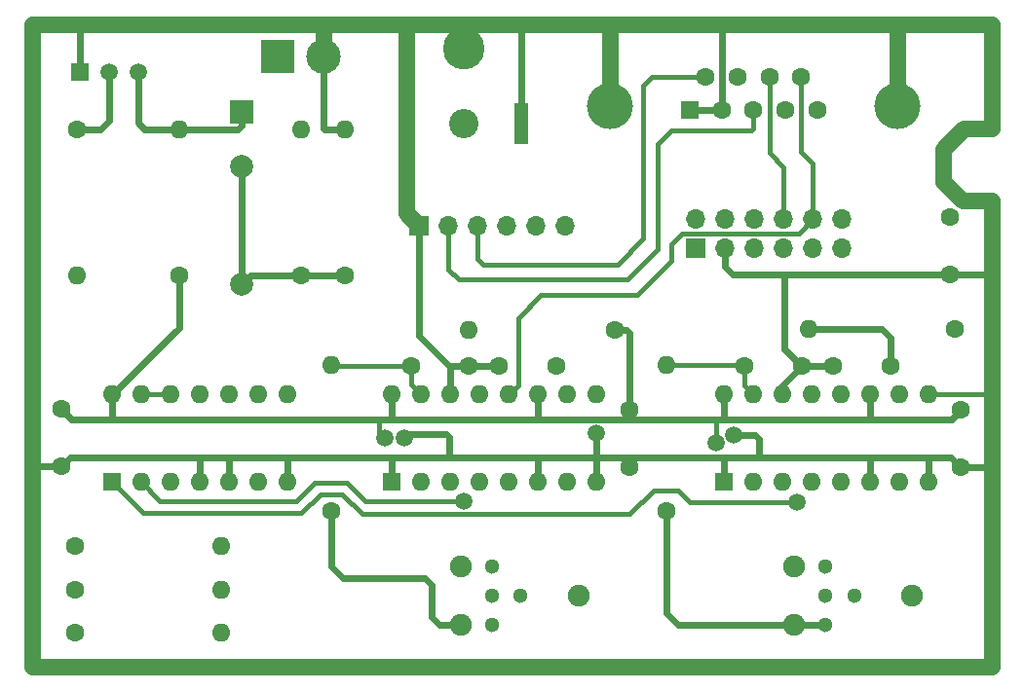
<source format=gbr>
%TF.GenerationSoftware,KiCad,Pcbnew,8.0.1*%
%TF.CreationDate,2024-06-09T01:41:57+01:00*%
%TF.ProjectId,tim011_video_fix,74696d30-3131-45f7-9669-64656f5f6669,rev?*%
%TF.SameCoordinates,Original*%
%TF.FileFunction,Copper,L2,Bot*%
%TF.FilePolarity,Positive*%
%FSLAX46Y46*%
G04 Gerber Fmt 4.6, Leading zero omitted, Abs format (unit mm)*
G04 Created by KiCad (PCBNEW 8.0.1) date 2024-06-09 01:41:57*
%MOMM*%
%LPD*%
G01*
G04 APERTURE LIST*
%TA.AperFunction,ComponentPad*%
%ADD10C,1.600000*%
%TD*%
%TA.AperFunction,ComponentPad*%
%ADD11C,1.300000*%
%TD*%
%TA.AperFunction,ComponentPad*%
%ADD12C,1.900000*%
%TD*%
%TA.AperFunction,ComponentPad*%
%ADD13O,1.600000X1.600000*%
%TD*%
%TA.AperFunction,ComponentPad*%
%ADD14R,1.600000X1.600000*%
%TD*%
%TA.AperFunction,ComponentPad*%
%ADD15R,1.500000X1.500000*%
%TD*%
%TA.AperFunction,ComponentPad*%
%ADD16C,1.500000*%
%TD*%
%TA.AperFunction,ComponentPad*%
%ADD17R,1.700000X1.700000*%
%TD*%
%TA.AperFunction,ComponentPad*%
%ADD18O,1.700000X1.700000*%
%TD*%
%TA.AperFunction,ComponentPad*%
%ADD19C,2.550000*%
%TD*%
%TA.AperFunction,ComponentPad*%
%ADD20R,1.300000X3.616000*%
%TD*%
%TA.AperFunction,ComponentPad*%
%ADD21C,3.616000*%
%TD*%
%TA.AperFunction,ComponentPad*%
%ADD22C,4.000000*%
%TD*%
%TA.AperFunction,ComponentPad*%
%ADD23R,2.000000X2.000000*%
%TD*%
%TA.AperFunction,ComponentPad*%
%ADD24C,2.000000*%
%TD*%
%TA.AperFunction,ComponentPad*%
%ADD25R,3.000000X3.000000*%
%TD*%
%TA.AperFunction,ComponentPad*%
%ADD26C,3.000000*%
%TD*%
%TA.AperFunction,ViaPad*%
%ADD27C,1.500000*%
%TD*%
%TA.AperFunction,Conductor*%
%ADD28C,0.600000*%
%TD*%
%TA.AperFunction,Conductor*%
%ADD29C,0.400000*%
%TD*%
%TA.AperFunction,Conductor*%
%ADD30C,1.400000*%
%TD*%
G04 APERTURE END LIST*
D10*
%TO.P,C5,1*%
%TO.N,+5V*%
X107435000Y-92760000D03*
%TO.P,C5,2*%
%TO.N,GND*%
X107435000Y-97760000D03*
%TD*%
D11*
%TO.P,RV2,3,3*%
%TO.N,Net-(R3-Pad1)*%
X95520000Y-111475000D03*
D12*
X92860000Y-111475000D03*
%TO.P,RV2,2,2*%
%TO.N,+5V*%
X103050000Y-108905000D03*
D11*
X98030000Y-108905000D03*
X95520000Y-108905000D03*
%TO.P,RV2,1,1*%
X95520000Y-106355000D03*
D12*
X92860000Y-106355000D03*
%TD*%
D11*
%TO.P,RV1,3,3*%
%TO.N,Net-(R1-Pad1)*%
X124485000Y-111475000D03*
D12*
X121825000Y-111475000D03*
%TO.P,RV1,2,2*%
%TO.N,+5V*%
X132015000Y-108905000D03*
D11*
X126995000Y-108905000D03*
X124485000Y-108905000D03*
%TO.P,RV1,1,1*%
X124485000Y-106355000D03*
D12*
X121825000Y-106355000D03*
%TD*%
D10*
%TO.P,C9,1*%
%TO.N,HSYNC_OUT*%
X135290000Y-75985000D03*
%TO.P,C9,2*%
%TO.N,GND*%
X135290000Y-80985000D03*
%TD*%
%TO.P,R8,1*%
%TO.N,Net-(Q1-B)*%
X59315000Y-112135000D03*
D13*
%TO.P,R8,2*%
%TO.N,VID2B*%
X72015000Y-112135000D03*
%TD*%
D14*
%TO.P,U3,1*%
%TO.N,HSYNC_OUT*%
X62525000Y-99060000D03*
D13*
%TO.P,U3,2*%
%TO.N,VSYNC_OUT*%
X65065000Y-99060000D03*
%TO.P,U3,3*%
%TO.N,CSYNC*%
X67605000Y-99060000D03*
%TO.P,U3,4*%
%TO.N,GND*%
X70145000Y-99060000D03*
%TO.P,U3,5*%
X72685000Y-99060000D03*
%TO.P,U3,6*%
%TO.N,unconnected-(U3-Pad6)*%
X75225000Y-99060000D03*
%TO.P,U3,7,GND*%
%TO.N,GND*%
X77765000Y-99060000D03*
%TO.P,U3,8*%
%TO.N,VID1B*%
X77765000Y-91440000D03*
%TO.P,U3,9*%
%TO.N,VID1*%
X75225000Y-91440000D03*
%TO.P,U3,10*%
X72685000Y-91440000D03*
%TO.P,U3,11*%
%TO.N,VID2B*%
X70145000Y-91440000D03*
%TO.P,U3,12*%
%TO.N,VID2*%
X67605000Y-91440000D03*
%TO.P,U3,13*%
X65065000Y-91440000D03*
%TO.P,U3,14,VCC*%
%TO.N,+5V*%
X62525000Y-91440000D03*
%TD*%
D15*
%TO.P,Q1,1,C*%
%TO.N,GND*%
X59720000Y-63400000D03*
D16*
%TO.P,Q1,2,B*%
%TO.N,Net-(Q1-B)*%
X62260000Y-63400000D03*
%TO.P,Q1,3,E*%
%TO.N,Net-(Q1-E)*%
X64800000Y-63400000D03*
%TD*%
D10*
%TO.P,C1,1*%
%TO.N,Net-(U1A-RCext)*%
X117450000Y-88985000D03*
%TO.P,C1,2*%
%TO.N,GND*%
X122450000Y-88985000D03*
%TD*%
D17*
%TO.P,P1,1,Pin_1*%
%TO.N,GND*%
X89170000Y-76740000D03*
D18*
%TO.P,P1,2,Pin_2*%
%TO.N,VID1*%
X91710000Y-76740000D03*
%TO.P,P1,3,Pin_3*%
%TO.N,VID2*%
X94250000Y-76740000D03*
%TO.P,P1,4,Pin_4*%
%TO.N,VSYNC_IN*%
X96790000Y-76740000D03*
%TO.P,P1,5,Pin_5*%
%TO.N,HSYNC_IN*%
X99330000Y-76740000D03*
%TO.P,P1,6,Pin_6*%
%TO.N,+5V*%
X101870000Y-76740000D03*
%TD*%
D13*
%TO.P,R6,2*%
%TO.N,CSYNC*%
X59500000Y-81075000D03*
D10*
%TO.P,R6,1*%
%TO.N,Net-(Q1-B)*%
X59500000Y-68375000D03*
%TD*%
D19*
%TO.P,J3,1,In*%
%TO.N,Net-(J3-In)*%
X93090000Y-67865000D03*
D20*
%TO.P,J3,2,Ext*%
%TO.N,GND*%
X88090000Y-67865000D03*
D21*
X93090000Y-61365000D03*
D20*
X98090000Y-67865000D03*
%TD*%
D10*
%TO.P,R10,1*%
%TO.N,+5V*%
X68325000Y-81075000D03*
D13*
%TO.P,R10,2*%
%TO.N,Net-(Q1-E)*%
X68325000Y-68375000D03*
%TD*%
D10*
%TO.P,C4,1*%
%TO.N,Net-(U2B-RCext)*%
X101090000Y-88985000D03*
%TO.P,C4,2*%
%TO.N,GND*%
X96090000Y-88985000D03*
%TD*%
D17*
%TO.P,P2,1,Pin_1*%
%TO.N,unconnected-(P2-Pin_1-Pad1)*%
X113262500Y-78725000D03*
D18*
%TO.P,P2,2,Pin_2*%
%TO.N,unconnected-(P2-Pin_2-Pad2)*%
X113262500Y-76185000D03*
%TO.P,P2,3,Pin_3*%
%TO.N,GND*%
X115802500Y-78725000D03*
%TO.P,P2,4,Pin_4*%
%TO.N,VID2*%
X115802500Y-76185000D03*
%TO.P,P2,5,Pin_5*%
%TO.N,unconnected-(P2-Pin_5-Pad5)*%
X118342500Y-78725000D03*
%TO.P,P2,6,Pin_6*%
%TO.N,unconnected-(P2-Pin_6-Pad6)*%
X118342500Y-76185000D03*
%TO.P,P2,7,Pin_7*%
%TO.N,unconnected-(P2-Pin_7-Pad7)*%
X120882500Y-78725000D03*
%TO.P,P2,8,Pin_8*%
%TO.N,HSYNC_OUT*%
X120882500Y-76185000D03*
%TO.P,P2,9,Pin_9*%
%TO.N,VID1*%
X123422500Y-78725000D03*
%TO.P,P2,10,Pin_10*%
%TO.N,VSYNC_OUT*%
X123422500Y-76185000D03*
%TO.P,P2,11,Pin_11*%
%TO.N,unconnected-(P2-Pin_11-Pad11)*%
X125962500Y-78725000D03*
%TO.P,P2,12,Pin_12*%
%TO.N,+5V*%
X125962500Y-76185000D03*
%TD*%
D22*
%TO.P,J4,0,PAD*%
%TO.N,GND*%
X130755000Y-66375000D03*
X105755000Y-66375000D03*
D14*
%TO.P,J4,1,1*%
X112715000Y-66675000D03*
D10*
%TO.P,J4,2,2*%
X115485000Y-66675000D03*
%TO.P,J4,3,3*%
%TO.N,VID1*%
X118255000Y-66675000D03*
%TO.P,J4,4,4*%
X121025000Y-66675000D03*
%TO.P,J4,5,5*%
X123795000Y-66675000D03*
%TO.P,J4,6,6*%
%TO.N,VID2*%
X114100000Y-63835000D03*
%TO.P,J4,7,7*%
%TO.N,unconnected-(J4-Pad7)*%
X116870000Y-63835000D03*
%TO.P,J4,8,8*%
%TO.N,HSYNC_OUT*%
X119640000Y-63835000D03*
%TO.P,J4,9,9*%
%TO.N,VSYNC_OUT*%
X122410000Y-63835000D03*
%TD*%
%TO.P,R1,1*%
%TO.N,Net-(R1-Pad1)*%
X110685000Y-101610000D03*
D13*
%TO.P,R1,2*%
%TO.N,Net-(U1A-RCext)*%
X110685000Y-88910000D03*
%TD*%
%TO.P,R9,2*%
%TO.N,GND*%
X82745000Y-68375000D03*
D10*
%TO.P,R9,1*%
%TO.N,Net-(C8-Pad2)*%
X82745000Y-81075000D03*
%TD*%
D14*
%TO.P,U1,1,A*%
%TO.N,GND*%
X115695000Y-99060000D03*
D13*
%TO.P,U1,2,B*%
%TO.N,HSYNC_IN*%
X118235000Y-99060000D03*
%TO.P,U1,3,Clr*%
%TO.N,+5V*%
X120775000Y-99060000D03*
%TO.P,U1,4,~{Q}*%
%TO.N,Net-(U1A-~{Q})*%
X123315000Y-99060000D03*
%TO.P,U1,5,Q*%
%TO.N,unconnected-(U1B-Q-Pad5)*%
X125855000Y-99060000D03*
%TO.P,U1,6,Cext*%
%TO.N,GND*%
X128395000Y-99060000D03*
%TO.P,U1,7,RCext*%
%TO.N,Net-(U1B-RCext)*%
X130935000Y-99060000D03*
%TO.P,U1,8,GND*%
%TO.N,GND*%
X133475000Y-99060000D03*
%TO.P,U1,9,A*%
X133475000Y-91440000D03*
%TO.P,U1,10,B*%
%TO.N,Net-(U1A-~{Q})*%
X130935000Y-91440000D03*
%TO.P,U1,11,Clr*%
%TO.N,+5V*%
X128395000Y-91440000D03*
%TO.P,U1,12,~{Q}*%
%TO.N,HSYNC_OUT*%
X125855000Y-91440000D03*
%TO.P,U1,13,Q*%
%TO.N,unconnected-(U1A-Q-Pad13)*%
X123315000Y-91440000D03*
%TO.P,U1,14,Cext*%
%TO.N,GND*%
X120775000Y-91440000D03*
%TO.P,U1,15,RCext*%
%TO.N,Net-(U1A-RCext)*%
X118235000Y-91440000D03*
%TO.P,U1,16,VCC*%
%TO.N,+5V*%
X115695000Y-91440000D03*
%TD*%
D10*
%TO.P,C2,1*%
%TO.N,Net-(U1B-RCext)*%
X130150000Y-88985000D03*
%TO.P,C2,2*%
%TO.N,GND*%
X125150000Y-88985000D03*
%TD*%
%TO.P,R5,1*%
%TO.N,Net-(Q1-B)*%
X59315000Y-104660000D03*
D13*
%TO.P,R5,2*%
%TO.N,GND*%
X72015000Y-104660000D03*
%TD*%
%TO.P,R3,2*%
%TO.N,Net-(U2A-RCext)*%
X81535000Y-88910000D03*
D10*
%TO.P,R3,1*%
%TO.N,Net-(R3-Pad1)*%
X81535000Y-101610000D03*
%TD*%
%TO.P,R2,1*%
%TO.N,+5V*%
X135755000Y-85735000D03*
D13*
%TO.P,R2,2*%
%TO.N,Net-(U1B-RCext)*%
X123055000Y-85735000D03*
%TD*%
%TO.P,R11,2*%
%TO.N,Net-(J3-In)*%
X78935000Y-68375000D03*
D10*
%TO.P,R11,1*%
%TO.N,Net-(C8-Pad2)*%
X78935000Y-81075000D03*
%TD*%
D23*
%TO.P,C8,1*%
%TO.N,Net-(Q1-E)*%
X73775000Y-66885000D03*
D24*
%TO.P,C8,2*%
%TO.N,Net-(C8-Pad2)*%
X73775000Y-71635000D03*
X73775000Y-81875000D03*
%TD*%
D10*
%TO.P,C7,1*%
%TO.N,+5V*%
X136277500Y-92760000D03*
%TO.P,C7,2*%
%TO.N,GND*%
X136277500Y-97760000D03*
%TD*%
D25*
%TO.P,P3,1,Pin_1*%
%TO.N,+5V*%
X76930000Y-62035000D03*
D26*
%TO.P,P3,2,Pin_2*%
%TO.N,GND*%
X80890000Y-62035000D03*
%TD*%
D10*
%TO.P,C3,1*%
%TO.N,Net-(U2A-RCext)*%
X88470000Y-88985000D03*
%TO.P,C3,2*%
%TO.N,GND*%
X93470000Y-88985000D03*
%TD*%
%TO.P,R7,1*%
%TO.N,Net-(Q1-B)*%
X59315000Y-108435000D03*
D13*
%TO.P,R7,2*%
%TO.N,VID1B*%
X72015000Y-108435000D03*
%TD*%
D10*
%TO.P,C6,1*%
%TO.N,+5V*%
X58112500Y-92710000D03*
%TO.P,C6,2*%
%TO.N,GND*%
X58112500Y-97710000D03*
%TD*%
D14*
%TO.P,U2,1,A*%
%TO.N,GND*%
X86835000Y-99060000D03*
D13*
%TO.P,U2,2,B*%
%TO.N,VSYNC_IN*%
X89375000Y-99060000D03*
%TO.P,U2,3,Clr*%
%TO.N,+5V*%
X91915000Y-99060000D03*
%TO.P,U2,4,~{Q}*%
%TO.N,Net-(U2A-~{Q})*%
X94455000Y-99060000D03*
%TO.P,U2,5,Q*%
%TO.N,unconnected-(U2B-Q-Pad5)*%
X96995000Y-99060000D03*
%TO.P,U2,6,Cext*%
%TO.N,GND*%
X99535000Y-99060000D03*
%TO.P,U2,7,RCext*%
%TO.N,Net-(U2B-RCext)*%
X102075000Y-99060000D03*
%TO.P,U2,8,GND*%
%TO.N,GND*%
X104615000Y-99060000D03*
%TO.P,U2,9,A*%
X104615000Y-91440000D03*
%TO.P,U2,10,B*%
%TO.N,Net-(U2A-~{Q})*%
X102075000Y-91440000D03*
%TO.P,U2,11,Clr*%
%TO.N,+5V*%
X99535000Y-91440000D03*
%TO.P,U2,12,~{Q}*%
%TO.N,VSYNC_OUT*%
X96995000Y-91440000D03*
%TO.P,U2,13,Q*%
%TO.N,unconnected-(U2A-Q-Pad13)*%
X94455000Y-91440000D03*
%TO.P,U2,14,Cext*%
%TO.N,GND*%
X91915000Y-91440000D03*
%TO.P,U2,15,RCext*%
%TO.N,Net-(U2A-RCext)*%
X89375000Y-91440000D03*
%TO.P,U2,16,VCC*%
%TO.N,+5V*%
X86835000Y-91440000D03*
%TD*%
D10*
%TO.P,R4,1*%
%TO.N,+5V*%
X106225000Y-85835000D03*
D13*
%TO.P,R4,2*%
%TO.N,Net-(U2B-RCext)*%
X93525000Y-85835000D03*
%TD*%
D27*
%TO.N,GND*%
X104565000Y-94825000D03*
%TO.N,+5V*%
X86250000Y-95250000D03*
%TO.N,GND*%
X87949058Y-95193365D03*
X116571319Y-94939774D03*
%TO.N,+5V*%
X115038527Y-95675000D03*
%TO.N,HSYNC_OUT*%
X122000000Y-100800000D03*
%TO.N,VSYNC_OUT*%
X93100000Y-100700000D03*
%TD*%
D28*
%TO.N,GND*%
X91800000Y-95100000D02*
X91800000Y-96925000D01*
X91550000Y-94850000D02*
X91800000Y-95100000D01*
X88292423Y-94850000D02*
X91550000Y-94850000D01*
X87949058Y-95193365D02*
X88292423Y-94850000D01*
D29*
%TO.N,+5V*%
X86250000Y-95250000D02*
X85700000Y-94700000D01*
X85700000Y-94700000D02*
X85700000Y-93575000D01*
D28*
%TO.N,Net-(R3-Pad1)*%
X90300000Y-108000000D02*
X90300000Y-110800000D01*
X89700000Y-107400000D02*
X90300000Y-108000000D01*
X82550000Y-107400000D02*
X89700000Y-107400000D01*
X81535000Y-106385000D02*
X82550000Y-107400000D01*
X90300000Y-110800000D02*
X90975000Y-111475000D01*
X90975000Y-111475000D02*
X92860000Y-111475000D01*
X81535000Y-101610000D02*
X81535000Y-106385000D01*
%TO.N,Net-(R1-Pad1)*%
X121825000Y-111475000D02*
X124485000Y-111475000D01*
X111725000Y-111475000D02*
X121825000Y-111475000D01*
X110685000Y-110435000D02*
X111725000Y-111475000D01*
X110685000Y-101610000D02*
X110685000Y-110435000D01*
%TO.N,GND*%
X104565000Y-94825000D02*
X104565000Y-96890000D01*
X104565000Y-96890000D02*
X104600000Y-96925000D01*
%TO.N,+5V*%
X107185000Y-85835000D02*
X107435000Y-86085000D01*
X106225000Y-85835000D02*
X107185000Y-85835000D01*
X107435000Y-86085000D02*
X107435000Y-92760000D01*
D29*
%TO.N,GND*%
X138960000Y-91440000D02*
X139000000Y-91400000D01*
X133475000Y-91440000D02*
X138960000Y-91440000D01*
D30*
X139000000Y-81050000D02*
X139000000Y-91400000D01*
X139000000Y-91400000D02*
X139000000Y-97750000D01*
D28*
%TO.N,+5V*%
X62475000Y-93575000D02*
X85700000Y-93575000D01*
X85700000Y-93575000D02*
X86825000Y-93575000D01*
%TO.N,GND*%
X91800000Y-96925000D02*
X86775000Y-96925000D01*
X99550000Y-96925000D02*
X91800000Y-96925000D01*
X118389774Y-94939774D02*
X116571319Y-94939774D01*
X118750000Y-95300000D02*
X118389774Y-94939774D01*
X118750000Y-96925000D02*
X118750000Y-95300000D01*
X118750000Y-96925000D02*
X115725000Y-96925000D01*
X128375000Y-96925000D02*
X118750000Y-96925000D01*
D29*
%TO.N,+5V*%
X115038527Y-93636473D02*
X115100000Y-93575000D01*
X115038527Y-95675000D02*
X115038527Y-93636473D01*
D28*
X115100000Y-93575000D02*
X115600000Y-93575000D01*
X107475000Y-93575000D02*
X115100000Y-93575000D01*
D29*
%TO.N,VSYNC_OUT*%
X122172500Y-77435000D02*
X123422500Y-76185000D01*
X112052500Y-77435000D02*
X122172500Y-77435000D01*
X111100000Y-78387500D02*
X112052500Y-77435000D01*
X111100000Y-79850000D02*
X111100000Y-78387500D01*
X108150000Y-82800000D02*
X111100000Y-79850000D01*
X97794999Y-84805001D02*
X99800000Y-82800000D01*
X97794999Y-90640001D02*
X97794999Y-84805001D01*
X99800000Y-82800000D02*
X108150000Y-82800000D01*
X96995000Y-91440000D02*
X97794999Y-90640001D01*
%TO.N,Net-(U1A-RCext)*%
X117450000Y-90655000D02*
X118235000Y-91440000D01*
X117450000Y-88985000D02*
X117450000Y-90655000D01*
X110685000Y-88910000D02*
X117375000Y-88910000D01*
X117375000Y-88910000D02*
X117450000Y-88985000D01*
%TO.N,Net-(U2A-RCext)*%
X88470000Y-90535000D02*
X89375000Y-91440000D01*
X88470000Y-88985000D02*
X88470000Y-90535000D01*
X81610000Y-88985000D02*
X81535000Y-88910000D01*
X88470000Y-88985000D02*
X81610000Y-88985000D01*
%TO.N,VID2*%
X65065000Y-91440000D02*
X67605000Y-91440000D01*
%TO.N,VSYNC_OUT*%
X82950000Y-99100000D02*
X84550000Y-100700000D01*
X80150000Y-99100000D02*
X82950000Y-99100000D01*
X78550000Y-100700000D02*
X80150000Y-99100000D01*
X66705000Y-100700000D02*
X78550000Y-100700000D01*
X65065000Y-99060000D02*
X66705000Y-100700000D01*
X84550000Y-100700000D02*
X93100000Y-100700000D01*
%TO.N,HSYNC_OUT*%
X112750000Y-100800000D02*
X122000000Y-100800000D01*
X111700000Y-99750000D02*
X112750000Y-100800000D01*
X107500000Y-101850000D02*
X109600000Y-99750000D01*
X84250000Y-101850000D02*
X107500000Y-101850000D01*
X82500000Y-100100000D02*
X84250000Y-101850000D01*
X80600000Y-100100000D02*
X82500000Y-100100000D01*
X78950000Y-101750000D02*
X80600000Y-100100000D01*
X109600000Y-99750000D02*
X111700000Y-99750000D01*
X65215000Y-101750000D02*
X78950000Y-101750000D01*
X62525000Y-99060000D02*
X65215000Y-101750000D01*
D28*
%TO.N,Net-(Q1-B)*%
X62260000Y-67615000D02*
X61500000Y-68375000D01*
X61500000Y-68375000D02*
X59500000Y-68375000D01*
X62260000Y-63400000D02*
X62260000Y-67615000D01*
%TO.N,Net-(Q1-E)*%
X64800000Y-67825000D02*
X64800000Y-63400000D01*
X68325000Y-68375000D02*
X65350000Y-68375000D01*
X65350000Y-68375000D02*
X64800000Y-67825000D01*
X73400000Y-68375000D02*
X68325000Y-68375000D01*
X73775000Y-68000000D02*
X73400000Y-68375000D01*
X73775000Y-66885000D02*
X73775000Y-68000000D01*
%TO.N,Net-(C8-Pad2)*%
X73775000Y-71635000D02*
X73775000Y-81875000D01*
X74575000Y-81075000D02*
X73775000Y-81875000D01*
X78935000Y-81075000D02*
X74575000Y-81075000D01*
X82745000Y-81075000D02*
X78935000Y-81075000D01*
D29*
%TO.N,VID1*%
X118255000Y-68270000D02*
X118255000Y-66675000D01*
X118050000Y-68475000D02*
X118255000Y-68270000D01*
X111075000Y-68475000D02*
X118050000Y-68475000D01*
X109925000Y-69625000D02*
X111075000Y-68475000D01*
X109925000Y-78825000D02*
X109925000Y-69625000D01*
X107300000Y-81450000D02*
X109925000Y-78825000D01*
X92625000Y-81450000D02*
X107300000Y-81450000D01*
X91710000Y-80535000D02*
X92625000Y-81450000D01*
X91710000Y-76740000D02*
X91710000Y-80535000D01*
%TO.N,VID2*%
X109440000Y-63835000D02*
X114100000Y-63835000D01*
X106425000Y-80150000D02*
X108675000Y-77900000D01*
X108675000Y-64600000D02*
X109440000Y-63835000D01*
X108675000Y-77900000D02*
X108675000Y-64600000D01*
X94750000Y-80150000D02*
X106425000Y-80150000D01*
D28*
%TO.N,GND*%
X115485000Y-59255000D02*
X115525000Y-59215000D01*
X115485000Y-66675000D02*
X115485000Y-59255000D01*
D30*
X115525000Y-59215000D02*
X130725000Y-59215000D01*
X105850000Y-59215000D02*
X115525000Y-59215000D01*
D29*
%TO.N,VID2*%
X94250000Y-79650000D02*
X94750000Y-80150000D01*
X94250000Y-76740000D02*
X94250000Y-79650000D01*
%TO.N,VSYNC_OUT*%
X122410000Y-70335000D02*
X122410000Y-63835000D01*
X123422500Y-76185000D02*
X123422500Y-71347500D01*
X123422500Y-71347500D02*
X122410000Y-70335000D01*
%TO.N,HSYNC_OUT*%
X120882500Y-71682500D02*
X119640000Y-70440000D01*
X119640000Y-70440000D02*
X119640000Y-63835000D01*
X120882500Y-76185000D02*
X120882500Y-71682500D01*
D28*
%TO.N,Net-(U1B-RCext)*%
X130150000Y-86500000D02*
X130150000Y-88985000D01*
X129385000Y-85735000D02*
X130150000Y-86500000D01*
X123055000Y-85735000D02*
X129385000Y-85735000D01*
%TO.N,+5V*%
X68325000Y-85640000D02*
X68325000Y-81075000D01*
X62525000Y-91440000D02*
X68325000Y-85640000D01*
X62525000Y-93525000D02*
X62475000Y-93575000D01*
X58977500Y-93575000D02*
X62475000Y-93575000D01*
X62525000Y-91440000D02*
X62525000Y-93525000D01*
X86835000Y-93565000D02*
X86825000Y-93575000D01*
X86835000Y-91440000D02*
X86835000Y-93565000D01*
X86825000Y-93575000D02*
X99500000Y-93575000D01*
X99535000Y-91440000D02*
X99535000Y-93540000D01*
X99500000Y-93575000D02*
X107475000Y-93575000D01*
X99535000Y-93540000D02*
X99500000Y-93575000D01*
X107435000Y-93535000D02*
X107475000Y-93575000D01*
X107435000Y-92760000D02*
X107435000Y-93535000D01*
X115695000Y-93480000D02*
X115600000Y-93575000D01*
X115695000Y-91440000D02*
X115695000Y-93480000D01*
X115600000Y-93575000D02*
X128250000Y-93575000D01*
X128395000Y-93430000D02*
X128250000Y-93575000D01*
X128395000Y-91440000D02*
X128395000Y-93430000D01*
X128250000Y-93575000D02*
X135462500Y-93575000D01*
X135462500Y-93575000D02*
X136277500Y-92760000D01*
X58112500Y-92710000D02*
X58977500Y-93575000D01*
%TO.N,GND*%
X70145000Y-99060000D02*
X70145000Y-96955000D01*
X70145000Y-96955000D02*
X70175000Y-96925000D01*
X70175000Y-96925000D02*
X58897500Y-96925000D01*
X72700000Y-96925000D02*
X70175000Y-96925000D01*
X72685000Y-99060000D02*
X72685000Y-96940000D01*
X72685000Y-96940000D02*
X72700000Y-96925000D01*
X77575000Y-96925000D02*
X72700000Y-96925000D01*
X86835000Y-99060000D02*
X86835000Y-96985000D01*
X86835000Y-96985000D02*
X86775000Y-96925000D01*
X86775000Y-96925000D02*
X77575000Y-96925000D01*
X99535000Y-96940000D02*
X99550000Y-96925000D01*
X104600000Y-96925000D02*
X99550000Y-96925000D01*
X99535000Y-99060000D02*
X99535000Y-96940000D01*
X104615000Y-96940000D02*
X104600000Y-96925000D01*
X104615000Y-99060000D02*
X104615000Y-96940000D01*
X107475000Y-96925000D02*
X104600000Y-96925000D01*
X107435000Y-97760000D02*
X107435000Y-96965000D01*
X133475000Y-96950000D02*
X133450000Y-96925000D01*
X133475000Y-99060000D02*
X133475000Y-96950000D01*
X133450000Y-96925000D02*
X128375000Y-96925000D01*
X135442500Y-96925000D02*
X133450000Y-96925000D01*
X128395000Y-96945000D02*
X128375000Y-96925000D01*
X128395000Y-99060000D02*
X128395000Y-96945000D01*
X115695000Y-96955000D02*
X115725000Y-96925000D01*
X115695000Y-99060000D02*
X115695000Y-96955000D01*
X115725000Y-96925000D02*
X107475000Y-96925000D01*
X77765000Y-97115000D02*
X77575000Y-96925000D01*
X77765000Y-99060000D02*
X77765000Y-97115000D01*
X107435000Y-96965000D02*
X107475000Y-96925000D01*
X136277500Y-97760000D02*
X135442500Y-96925000D01*
X58897500Y-96925000D02*
X58112500Y-97710000D01*
X120775000Y-91440000D02*
X120775000Y-90660000D01*
X120775000Y-90660000D02*
X122450000Y-88985000D01*
X122450000Y-88985000D02*
X125150000Y-88985000D01*
X120975000Y-87510000D02*
X120975000Y-81060000D01*
X121050000Y-80985000D02*
X135290000Y-80985000D01*
X120975000Y-81060000D02*
X121050000Y-80985000D01*
X116460000Y-80985000D02*
X121050000Y-80985000D01*
X122450000Y-88985000D02*
X120975000Y-87510000D01*
X91915000Y-89115000D02*
X91785000Y-88985000D01*
X91915000Y-91440000D02*
X91915000Y-89115000D01*
X93470000Y-88985000D02*
X96090000Y-88985000D01*
X91785000Y-88985000D02*
X89170000Y-86370000D01*
X89170000Y-86370000D02*
X89170000Y-76740000D01*
X93470000Y-88985000D02*
X91785000Y-88985000D01*
%TO.N,+5V*%
X136277500Y-92997500D02*
X136277500Y-92760000D01*
%TO.N,GND*%
X115802500Y-80327500D02*
X116460000Y-80985000D01*
X115802500Y-78725000D02*
X115802500Y-80327500D01*
X112715000Y-66675000D02*
X112525000Y-66675000D01*
X112525000Y-66675000D02*
X112225000Y-66375000D01*
X115485000Y-66675000D02*
X112715000Y-66675000D01*
X59720000Y-63400000D02*
X59720000Y-59205000D01*
D30*
X59725000Y-59200000D02*
X80875000Y-59200000D01*
D28*
X59720000Y-59205000D02*
X59725000Y-59200000D01*
D30*
X55625000Y-59200000D02*
X59725000Y-59200000D01*
X88090000Y-59350000D02*
X88225000Y-59215000D01*
X88090000Y-67865000D02*
X88090000Y-59350000D01*
X88090000Y-75660000D02*
X89170000Y-76740000D01*
X88090000Y-67865000D02*
X88090000Y-75660000D01*
D28*
X58112500Y-97710000D02*
X55640000Y-97710000D01*
D30*
X55600000Y-97750000D02*
X55600000Y-59225000D01*
X55600000Y-115100000D02*
X55600000Y-97750000D01*
D28*
X55640000Y-97710000D02*
X55600000Y-97750000D01*
X138990000Y-97760000D02*
X139000000Y-97750000D01*
X136277500Y-97760000D02*
X138990000Y-97760000D01*
D30*
X139000000Y-97750000D02*
X139000000Y-115100000D01*
D28*
X135290000Y-80985000D02*
X138935000Y-80985000D01*
X138935000Y-80985000D02*
X139000000Y-81050000D01*
D30*
X139000000Y-74600000D02*
X139000000Y-81050000D01*
X130755000Y-59245000D02*
X130725000Y-59215000D01*
X130755000Y-66375000D02*
X130755000Y-59245000D01*
X130725000Y-59215000D02*
X139000000Y-59215000D01*
X105755000Y-59310000D02*
X105850000Y-59215000D01*
X105755000Y-66375000D02*
X105755000Y-59310000D01*
X98050000Y-59215000D02*
X105850000Y-59215000D01*
X88225000Y-59215000D02*
X93175000Y-59215000D01*
X80890000Y-59215000D02*
X88225000Y-59215000D01*
D28*
X98090000Y-59255000D02*
X98050000Y-59215000D01*
X98090000Y-67865000D02*
X98090000Y-59255000D01*
D30*
X93175000Y-59215000D02*
X98050000Y-59215000D01*
D28*
X80890000Y-68265000D02*
X80890000Y-62035000D01*
X81000000Y-68375000D02*
X80890000Y-68265000D01*
X82745000Y-68375000D02*
X81000000Y-68375000D01*
X93090000Y-59300000D02*
X93175000Y-59215000D01*
X93090000Y-61365000D02*
X93090000Y-59300000D01*
D30*
X139000000Y-115100000D02*
X55600000Y-115100000D01*
X55600000Y-59225000D02*
X55625000Y-59200000D01*
X134775000Y-70050000D02*
X134775000Y-72950000D01*
X139000000Y-68300000D02*
X136525000Y-68300000D01*
X134775000Y-72950000D02*
X136425000Y-74600000D01*
X136425000Y-74600000D02*
X139000000Y-74600000D01*
X136525000Y-68300000D02*
X134775000Y-70050000D01*
X139000000Y-59215000D02*
X139000000Y-68300000D01*
X80890000Y-62035000D02*
X80890000Y-59215000D01*
%TD*%
M02*

</source>
